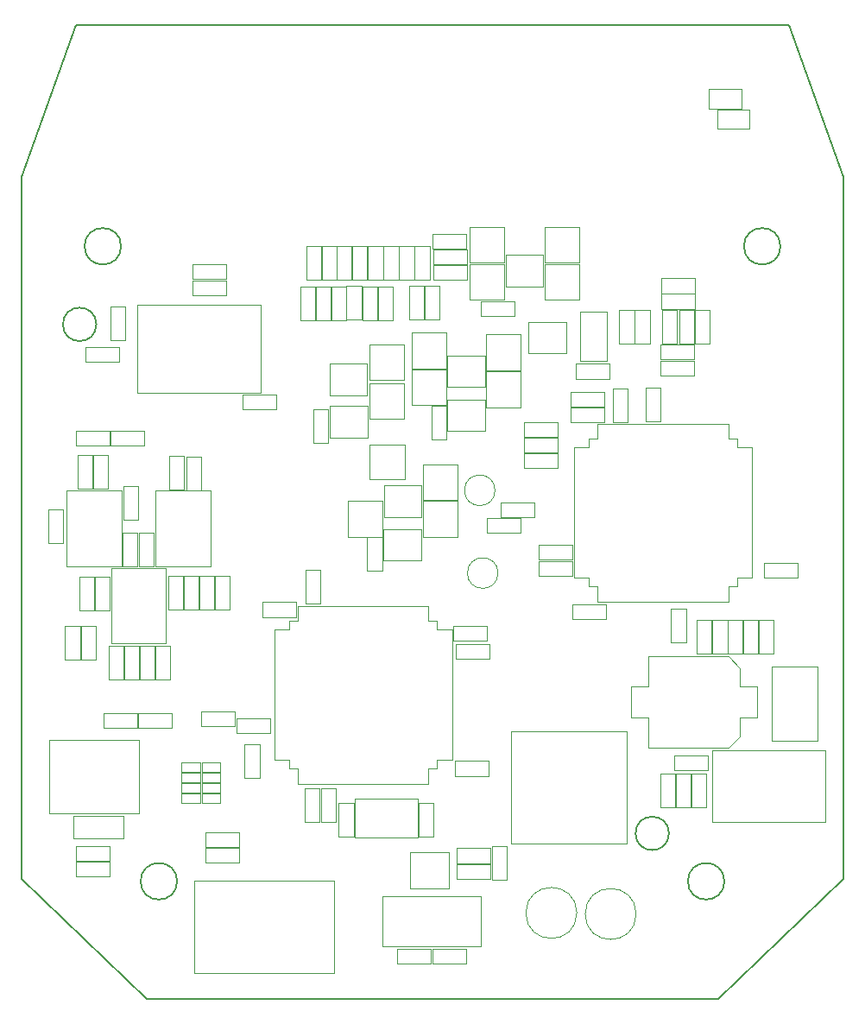
<source format=gbr>
G04 #@! TF.GenerationSoftware,KiCad,Pcbnew,(5.1.0-rc2-21-g16b3c80a7)*
G04 #@! TF.CreationDate,2019-06-05T23:58:20+02:00*
G04 #@! TF.ProjectId,microRusEfi,6d696372-6f52-4757-9345-66692e6b6963,R0.1*
G04 #@! TF.SameCoordinates,Original*
G04 #@! TF.FileFunction,Other,User*
%FSLAX46Y46*%
G04 Gerber Fmt 4.6, Leading zero omitted, Abs format (unit mm)*
G04 Created by KiCad (PCBNEW (5.1.0-rc2-21-g16b3c80a7)) date 2019-06-05 23:58:20*
%MOMM*%
%LPD*%
G04 APERTURE LIST*
%ADD10C,0.200000*%
%ADD11C,0.050000*%
G04 APERTURE END LIST*
D10*
X20600000Y-35538500D02*
X25895900Y-20600000D01*
X32844596Y-116072400D02*
X20601600Y-104381342D01*
X101188000Y-35538500D02*
X95841300Y-20600000D01*
X101189600Y-104381342D02*
X88946604Y-116072400D01*
X25895900Y-20600000D02*
X95841300Y-20600000D01*
X101188000Y-35538500D02*
X101189600Y-104381342D01*
X20600000Y-35538500D02*
X20601600Y-104381342D01*
X84085800Y-99870300D02*
G75*
G03X84085800Y-99870300I-1638300J0D01*
G01*
X32844596Y-116072400D02*
X88946604Y-116072400D01*
X27926400Y-49959301D02*
G75*
G03X27926400Y-49959301I-1638300J0D01*
G01*
X89521400Y-104569300D02*
G75*
G03X89521400Y-104569300I-1790700J0D01*
G01*
X95020499Y-42301200D02*
G75*
G03X95020499Y-42301200I-1790700J0D01*
G01*
X30352101Y-42301200D02*
G75*
G03X30352101Y-42301200I-1790700J0D01*
G01*
X35851200Y-104569300D02*
G75*
G03X35851200Y-104569300I-1790700J0D01*
G01*
D11*
X38141000Y-96926500D02*
X36281000Y-96926500D01*
X38141000Y-95986500D02*
X38141000Y-96926500D01*
X36281000Y-95986500D02*
X38141000Y-95986500D01*
X36281000Y-96926500D02*
X36281000Y-95986500D01*
X38141000Y-95910500D02*
X36281000Y-95910500D01*
X38141000Y-94970500D02*
X38141000Y-95910500D01*
X36281000Y-94970500D02*
X38141000Y-94970500D01*
X36281000Y-95910500D02*
X36281000Y-94970500D01*
X38141000Y-94894500D02*
X36281000Y-94894500D01*
X38141000Y-93954500D02*
X38141000Y-94894500D01*
X36281000Y-93954500D02*
X38141000Y-93954500D01*
X36281000Y-94894500D02*
X36281000Y-93954500D01*
X38141000Y-93878500D02*
X36281000Y-93878500D01*
X38141000Y-92938500D02*
X38141000Y-93878500D01*
X36281000Y-92938500D02*
X38141000Y-92938500D01*
X36281000Y-93878500D02*
X36281000Y-92938500D01*
X40109500Y-96926500D02*
X38249500Y-96926500D01*
X40109500Y-95986500D02*
X40109500Y-96926500D01*
X38249500Y-95986500D02*
X40109500Y-95986500D01*
X38249500Y-96926500D02*
X38249500Y-95986500D01*
X40109500Y-95910500D02*
X38249500Y-95910500D01*
X40109500Y-94970500D02*
X40109500Y-95910500D01*
X38249500Y-94970500D02*
X40109500Y-94970500D01*
X38249500Y-95910500D02*
X38249500Y-94970500D01*
X40109500Y-93878500D02*
X38249500Y-93878500D01*
X40109500Y-92938500D02*
X40109500Y-93878500D01*
X38249500Y-92938500D02*
X40109500Y-92938500D01*
X38249500Y-93878500D02*
X38249500Y-92938500D01*
X40109500Y-94894500D02*
X38249500Y-94894500D01*
X40109500Y-93954500D02*
X40109500Y-94894500D01*
X38249500Y-93954500D02*
X40109500Y-93954500D01*
X38249500Y-94894500D02*
X38249500Y-93954500D01*
X38228000Y-87916000D02*
X41528000Y-87916000D01*
X38228000Y-89376000D02*
X38228000Y-87916000D01*
X41528000Y-89376000D02*
X38228000Y-89376000D01*
X41528000Y-87916000D02*
X41528000Y-89376000D01*
X67032000Y-66230500D02*
G75*
G03X67032000Y-66230500I-1500000J0D01*
G01*
X67322800Y-74345800D02*
G75*
G03X67322800Y-74345800I-1500000J0D01*
G01*
X68632300Y-100864300D02*
X79932300Y-100864300D01*
X68632300Y-89864300D02*
X79932300Y-89864300D01*
X79932300Y-89864300D02*
X79932300Y-100864300D01*
X68632300Y-89864300D02*
X68632300Y-100864300D01*
X29259800Y-61817000D02*
X25959800Y-61817000D01*
X29259800Y-60357000D02*
X29259800Y-61817000D01*
X25959800Y-60357000D02*
X29259800Y-60357000D01*
X25959800Y-61817000D02*
X25959800Y-60357000D01*
X32612600Y-61817000D02*
X29312600Y-61817000D01*
X32612600Y-60357000D02*
X32612600Y-61817000D01*
X29312600Y-60357000D02*
X32612600Y-60357000D01*
X29312600Y-61817000D02*
X29312600Y-60357000D01*
X23270800Y-97911000D02*
X32070800Y-97911000D01*
X23270800Y-90711000D02*
X23270800Y-97911000D01*
X32070800Y-90711000D02*
X23270800Y-90711000D01*
X32070800Y-97911000D02*
X32070800Y-90711000D01*
X60961000Y-42602400D02*
X64261000Y-42602400D01*
X60961000Y-44062400D02*
X60961000Y-42602400D01*
X64261000Y-44062400D02*
X60961000Y-44062400D01*
X64261000Y-42602400D02*
X64261000Y-44062400D01*
X64235600Y-42538400D02*
X60935600Y-42538400D01*
X64235600Y-41078400D02*
X64235600Y-42538400D01*
X60935600Y-41078400D02*
X64235600Y-41078400D01*
X60935600Y-42538400D02*
X60935600Y-41078400D01*
X60961000Y-44126400D02*
X64261000Y-44126400D01*
X60961000Y-45586400D02*
X60961000Y-44126400D01*
X64261000Y-45586400D02*
X60961000Y-45586400D01*
X64261000Y-44126400D02*
X64261000Y-45586400D01*
X37534000Y-113542200D02*
X37534000Y-104492200D01*
X37534000Y-104492200D02*
X51234000Y-104492200D01*
X51234000Y-104492200D02*
X51234000Y-113542200D01*
X51234000Y-113542200D02*
X37534000Y-113542200D01*
X30578000Y-100358600D02*
X25678000Y-100358600D01*
X30578000Y-98118600D02*
X30578000Y-100358600D01*
X25678000Y-98118600D02*
X30578000Y-98118600D01*
X25678000Y-100358600D02*
X25678000Y-98118600D01*
X29209000Y-104108000D02*
X25909000Y-104108000D01*
X29209000Y-102648000D02*
X29209000Y-104108000D01*
X25909000Y-102648000D02*
X29209000Y-102648000D01*
X25909000Y-104108000D02*
X25909000Y-102648000D01*
X86610500Y-45435300D02*
X86610500Y-46895300D01*
X86610500Y-46895300D02*
X83310500Y-46895300D01*
X83310500Y-46895300D02*
X83310500Y-45435300D01*
X83310500Y-45435300D02*
X86610500Y-45435300D01*
X86610500Y-46959300D02*
X86610500Y-48419300D01*
X86610500Y-48419300D02*
X83310500Y-48419300D01*
X83310500Y-48419300D02*
X83310500Y-46959300D01*
X83310500Y-46959300D02*
X86610500Y-46959300D01*
X45366800Y-86284600D02*
X45366800Y-92684600D01*
X45366800Y-92684600D02*
X46836800Y-92684600D01*
X46836800Y-92684600D02*
X46836800Y-93534600D01*
X46836800Y-93534600D02*
X47686800Y-93534600D01*
X47686800Y-93534600D02*
X47686800Y-95004600D01*
X47686800Y-95004600D02*
X54086800Y-95004600D01*
X45366800Y-86284600D02*
X45366800Y-79884600D01*
X45366800Y-79884600D02*
X46836800Y-79884600D01*
X46836800Y-79884600D02*
X46836800Y-79034600D01*
X46836800Y-79034600D02*
X47686800Y-79034600D01*
X47686800Y-79034600D02*
X47686800Y-77564600D01*
X47686800Y-77564600D02*
X54086800Y-77564600D01*
X62806800Y-86284600D02*
X62806800Y-92684600D01*
X62806800Y-92684600D02*
X61336800Y-92684600D01*
X61336800Y-92684600D02*
X61336800Y-93534600D01*
X61336800Y-93534600D02*
X60486800Y-93534600D01*
X60486800Y-93534600D02*
X60486800Y-95004600D01*
X60486800Y-95004600D02*
X54086800Y-95004600D01*
X62806800Y-86284600D02*
X62806800Y-79884600D01*
X62806800Y-79884600D02*
X61336800Y-79884600D01*
X61336800Y-79884600D02*
X61336800Y-79034600D01*
X61336800Y-79034600D02*
X60486800Y-79034600D01*
X60486800Y-79034600D02*
X60486800Y-77564600D01*
X60486800Y-77564600D02*
X54086800Y-77564600D01*
X66608000Y-101315300D02*
X66608000Y-102775300D01*
X66608000Y-102775300D02*
X63308000Y-102775300D01*
X63308000Y-102775300D02*
X63308000Y-101315300D01*
X63308000Y-101315300D02*
X66608000Y-101315300D01*
X66704500Y-101157300D02*
X68164500Y-101157300D01*
X68164500Y-101157300D02*
X68164500Y-104457300D01*
X68164500Y-104457300D02*
X66704500Y-104457300D01*
X66704500Y-104457300D02*
X66704500Y-101157300D01*
X60766000Y-111157800D02*
X60766000Y-112617800D01*
X60766000Y-112617800D02*
X57466000Y-112617800D01*
X57466000Y-112617800D02*
X57466000Y-111157800D01*
X57466000Y-111157800D02*
X60766000Y-111157800D01*
X44954500Y-88551800D02*
X44954500Y-90011800D01*
X44954500Y-90011800D02*
X41654500Y-90011800D01*
X41654500Y-90011800D02*
X41654500Y-88551800D01*
X41654500Y-88551800D02*
X44954500Y-88551800D01*
X38670000Y-102711800D02*
X38670000Y-101251800D01*
X38670000Y-101251800D02*
X41970000Y-101251800D01*
X41970000Y-101251800D02*
X41970000Y-102711800D01*
X41970000Y-102711800D02*
X38670000Y-102711800D01*
X40649000Y-44038300D02*
X40649000Y-45498300D01*
X40649000Y-45498300D02*
X37349000Y-45498300D01*
X37349000Y-45498300D02*
X37349000Y-44038300D01*
X37349000Y-44038300D02*
X40649000Y-44038300D01*
X31937000Y-88043800D02*
X31937000Y-89503800D01*
X31937000Y-89503800D02*
X28637000Y-89503800D01*
X28637000Y-89503800D02*
X28637000Y-88043800D01*
X28637000Y-88043800D02*
X31937000Y-88043800D01*
X66608000Y-102902800D02*
X66608000Y-104362800D01*
X66608000Y-104362800D02*
X63308000Y-104362800D01*
X63308000Y-104362800D02*
X63308000Y-102902800D01*
X63308000Y-102902800D02*
X66608000Y-102902800D01*
X29209000Y-101124000D02*
X29209000Y-102584000D01*
X29209000Y-102584000D02*
X25909000Y-102584000D01*
X25909000Y-102584000D02*
X25909000Y-101124000D01*
X25909000Y-101124000D02*
X29209000Y-101124000D01*
X60895000Y-112617800D02*
X60895000Y-111157800D01*
X60895000Y-111157800D02*
X64195000Y-111157800D01*
X64195000Y-111157800D02*
X64195000Y-112617800D01*
X64195000Y-112617800D02*
X60895000Y-112617800D01*
X51403000Y-98779600D02*
X49943000Y-98779600D01*
X49943000Y-98779600D02*
X49943000Y-95479600D01*
X49943000Y-95479600D02*
X51403000Y-95479600D01*
X51403000Y-95479600D02*
X51403000Y-98779600D01*
X66227000Y-79534800D02*
X66227000Y-80994800D01*
X66227000Y-80994800D02*
X62927000Y-80994800D01*
X62927000Y-80994800D02*
X62927000Y-79534800D01*
X62927000Y-79534800D02*
X66227000Y-79534800D01*
X66404800Y-92768200D02*
X66404800Y-94228200D01*
X66404800Y-94228200D02*
X63104800Y-94228200D01*
X63104800Y-94228200D02*
X63104800Y-92768200D01*
X63104800Y-92768200D02*
X66404800Y-92768200D01*
X49828200Y-98779600D02*
X48368200Y-98779600D01*
X48368200Y-98779600D02*
X48368200Y-95479600D01*
X48368200Y-95479600D02*
X49828200Y-95479600D01*
X49828200Y-95479600D02*
X49828200Y-98779600D01*
X42475400Y-91110800D02*
X43935400Y-91110800D01*
X43935400Y-91110800D02*
X43935400Y-94410800D01*
X43935400Y-94410800D02*
X42475400Y-94410800D01*
X42475400Y-94410800D02*
X42475400Y-91110800D01*
X44194500Y-78645300D02*
X44194500Y-77185300D01*
X44194500Y-77185300D02*
X47494500Y-77185300D01*
X47494500Y-77185300D02*
X47494500Y-78645300D01*
X47494500Y-78645300D02*
X44194500Y-78645300D01*
X49876500Y-77342800D02*
X48416500Y-77342800D01*
X48416500Y-77342800D02*
X48416500Y-74042800D01*
X48416500Y-74042800D02*
X49876500Y-74042800D01*
X49876500Y-74042800D02*
X49876500Y-77342800D01*
X63181000Y-82772800D02*
X63181000Y-81312800D01*
X63181000Y-81312800D02*
X66481000Y-81312800D01*
X66481000Y-81312800D02*
X66481000Y-82772800D01*
X66481000Y-82772800D02*
X63181000Y-82772800D01*
X59518800Y-96902000D02*
X60978800Y-96902000D01*
X60978800Y-96902000D02*
X60978800Y-100202000D01*
X60978800Y-100202000D02*
X59518800Y-100202000D01*
X59518800Y-100202000D02*
X59518800Y-96902000D01*
X51695600Y-96902000D02*
X53155600Y-96902000D01*
X53155600Y-96902000D02*
X53155600Y-100202000D01*
X53155600Y-100202000D02*
X51695600Y-100202000D01*
X51695600Y-100202000D02*
X51695600Y-96902000D01*
X38670000Y-101187800D02*
X38670000Y-99727800D01*
X38670000Y-99727800D02*
X41970000Y-99727800D01*
X41970000Y-99727800D02*
X41970000Y-101187800D01*
X41970000Y-101187800D02*
X38670000Y-101187800D01*
X40636500Y-45625800D02*
X40636500Y-47085800D01*
X40636500Y-47085800D02*
X37336500Y-47085800D01*
X37336500Y-47085800D02*
X37336500Y-45625800D01*
X37336500Y-45625800D02*
X40636500Y-45625800D01*
X70283500Y-52795300D02*
X70283500Y-49695300D01*
X70283500Y-52795300D02*
X73983500Y-52795300D01*
X73983500Y-49695300D02*
X70283500Y-49695300D01*
X73983500Y-49695300D02*
X73983500Y-52795300D01*
X71761000Y-43154800D02*
X71761000Y-46254800D01*
X71761000Y-43154800D02*
X68061000Y-43154800D01*
X68061000Y-46254800D02*
X71761000Y-46254800D01*
X68061000Y-46254800D02*
X68061000Y-43154800D01*
X64528000Y-44034300D02*
X67928000Y-44034300D01*
X67928000Y-44034300D02*
X67928000Y-47534300D01*
X67928000Y-47534300D02*
X64528000Y-47534300D01*
X64528000Y-47534300D02*
X64528000Y-44034300D01*
X64528000Y-40414800D02*
X67928000Y-40414800D01*
X67928000Y-40414800D02*
X67928000Y-43914800D01*
X67928000Y-43914800D02*
X64528000Y-43914800D01*
X64528000Y-43914800D02*
X64528000Y-40414800D01*
X75294000Y-43914800D02*
X71894000Y-43914800D01*
X71894000Y-43914800D02*
X71894000Y-40414800D01*
X71894000Y-40414800D02*
X75294000Y-40414800D01*
X75294000Y-40414800D02*
X75294000Y-43914800D01*
X75294000Y-47534300D02*
X71894000Y-47534300D01*
X71894000Y-47534300D02*
X71894000Y-44034300D01*
X71894000Y-44034300D02*
X75294000Y-44034300D01*
X75294000Y-44034300D02*
X75294000Y-47534300D01*
X68957500Y-47657800D02*
X68957500Y-49117800D01*
X68957500Y-49117800D02*
X65657500Y-49117800D01*
X65657500Y-49117800D02*
X65657500Y-47657800D01*
X65657500Y-47657800D02*
X68957500Y-47657800D01*
X50852500Y-61050300D02*
X50852500Y-57950300D01*
X50852500Y-61050300D02*
X54552500Y-61050300D01*
X54552500Y-57950300D02*
X50852500Y-57950300D01*
X54552500Y-57950300D02*
X54552500Y-61050300D01*
X54489000Y-53810100D02*
X54489000Y-56910100D01*
X54489000Y-53810100D02*
X50789000Y-53810100D01*
X50789000Y-56910100D02*
X54489000Y-56910100D01*
X50789000Y-56910100D02*
X50789000Y-53810100D01*
X62346000Y-60415300D02*
X62346000Y-57315300D01*
X62346000Y-60415300D02*
X66046000Y-60415300D01*
X66046000Y-57315300D02*
X62346000Y-57315300D01*
X66046000Y-57315300D02*
X66046000Y-60415300D01*
X56097600Y-73128000D02*
X56097600Y-70028000D01*
X56097600Y-73128000D02*
X59797600Y-73128000D01*
X59797600Y-70028000D02*
X56097600Y-70028000D01*
X59797600Y-70028000D02*
X59797600Y-73128000D01*
X66046000Y-52997300D02*
X66046000Y-56097300D01*
X66046000Y-52997300D02*
X62346000Y-52997300D01*
X62346000Y-56097300D02*
X66046000Y-56097300D01*
X62346000Y-56097300D02*
X62346000Y-52997300D01*
X59835700Y-65760800D02*
X59835700Y-68860800D01*
X59835700Y-65760800D02*
X56135700Y-65760800D01*
X56135700Y-68860800D02*
X59835700Y-68860800D01*
X56135700Y-68860800D02*
X56135700Y-65760800D01*
X35366000Y-88043800D02*
X35366000Y-89503800D01*
X35366000Y-89503800D02*
X32066000Y-89503800D01*
X32066000Y-89503800D02*
X32066000Y-88043800D01*
X32066000Y-88043800D02*
X35366000Y-88043800D01*
X56020500Y-110971800D02*
X56020500Y-106041800D01*
X56020500Y-106041800D02*
X65640500Y-106041800D01*
X56020500Y-110971800D02*
X65640500Y-110971800D01*
X65640500Y-110971800D02*
X65640500Y-106041800D01*
X33746500Y-73677800D02*
X39146500Y-73677800D01*
X39146500Y-73677800D02*
X39146500Y-66277800D01*
X39146500Y-66277800D02*
X33746500Y-66277800D01*
X33746500Y-66277800D02*
X33746500Y-73677800D01*
X36732500Y-62904900D02*
X38192500Y-62904900D01*
X38192500Y-62904900D02*
X38192500Y-66204900D01*
X38192500Y-66204900D02*
X36732500Y-66204900D01*
X36732500Y-66204900D02*
X36732500Y-62904900D01*
X35081500Y-62879500D02*
X36541500Y-62879500D01*
X36541500Y-62879500D02*
X36541500Y-66179500D01*
X36541500Y-66179500D02*
X35081500Y-66179500D01*
X35081500Y-66179500D02*
X35081500Y-62879500D01*
X40986500Y-77939700D02*
X39526500Y-77939700D01*
X39526500Y-77939700D02*
X39526500Y-74639700D01*
X39526500Y-74639700D02*
X40986500Y-74639700D01*
X40986500Y-74639700D02*
X40986500Y-77939700D01*
X37938500Y-77939700D02*
X36478500Y-77939700D01*
X36478500Y-77939700D02*
X36478500Y-74639700D01*
X36478500Y-74639700D02*
X37938500Y-74639700D01*
X37938500Y-74639700D02*
X37938500Y-77939700D01*
X38027900Y-74639700D02*
X39487900Y-74639700D01*
X39487900Y-74639700D02*
X39487900Y-77939700D01*
X39487900Y-77939700D02*
X38027900Y-77939700D01*
X38027900Y-77939700D02*
X38027900Y-74639700D01*
X34979900Y-74639700D02*
X36439900Y-74639700D01*
X36439900Y-74639700D02*
X36439900Y-77939700D01*
X36439900Y-77939700D02*
X34979900Y-77939700D01*
X34979900Y-77939700D02*
X34979900Y-74639700D01*
X23207000Y-68137300D02*
X24667000Y-68137300D01*
X24667000Y-68137300D02*
X24667000Y-71437300D01*
X24667000Y-71437300D02*
X23207000Y-71437300D01*
X23207000Y-71437300D02*
X23207000Y-68137300D01*
X88313200Y-91725400D02*
X88313200Y-98725400D01*
X88313200Y-98725400D02*
X99413200Y-98725400D01*
X99413200Y-98725400D02*
X99413200Y-91725400D01*
X99413200Y-91725400D02*
X88313200Y-91725400D01*
X75052600Y-107671400D02*
G75*
G03X75052600Y-107671400I-2500000J0D01*
G01*
X53914000Y-49513800D02*
X52454000Y-49513800D01*
X52454000Y-49513800D02*
X52454000Y-46213800D01*
X52454000Y-46213800D02*
X53914000Y-46213800D01*
X53914000Y-46213800D02*
X53914000Y-49513800D01*
X52416500Y-49529800D02*
X50956500Y-49529800D01*
X50956500Y-49529800D02*
X50956500Y-46229800D01*
X50956500Y-46229800D02*
X52416500Y-46229800D01*
X52416500Y-46229800D02*
X52416500Y-49529800D01*
X48495200Y-42267400D02*
X49955200Y-42267400D01*
X49955200Y-42267400D02*
X49955200Y-45567400D01*
X49955200Y-45567400D02*
X48495200Y-45567400D01*
X48495200Y-45567400D02*
X48495200Y-42267400D01*
X51517800Y-45566600D02*
X51517800Y-42266600D01*
X52977800Y-45566600D02*
X51517800Y-45566600D01*
X52977800Y-42266600D02*
X52977800Y-45566600D01*
X51517800Y-42266600D02*
X52977800Y-42266600D01*
X55464500Y-49529800D02*
X54004500Y-49529800D01*
X54004500Y-49529800D02*
X54004500Y-46229800D01*
X54004500Y-46229800D02*
X55464500Y-46229800D01*
X55464500Y-46229800D02*
X55464500Y-49529800D01*
X54572500Y-45566600D02*
X54572500Y-42266600D01*
X56032500Y-45566600D02*
X54572500Y-45566600D01*
X56032500Y-42266600D02*
X56032500Y-45566600D01*
X54572500Y-42266600D02*
X56032500Y-42266600D01*
X56988500Y-49529800D02*
X55528500Y-49529800D01*
X55528500Y-49529800D02*
X55528500Y-46229800D01*
X55528500Y-46229800D02*
X56988500Y-46229800D01*
X56988500Y-46229800D02*
X56988500Y-49529800D01*
X57624000Y-42280100D02*
X59084000Y-42280100D01*
X59084000Y-42280100D02*
X59084000Y-45580100D01*
X59084000Y-45580100D02*
X57624000Y-45580100D01*
X57624000Y-45580100D02*
X57624000Y-42280100D01*
X60039000Y-49503600D02*
X58579000Y-49503600D01*
X58579000Y-49503600D02*
X58579000Y-46203600D01*
X58579000Y-46203600D02*
X60039000Y-46203600D01*
X60039000Y-46203600D02*
X60039000Y-49503600D01*
X61563000Y-49503600D02*
X60103000Y-49503600D01*
X60103000Y-49503600D02*
X60103000Y-46203600D01*
X60103000Y-46203600D02*
X61563000Y-46203600D01*
X61563000Y-46203600D02*
X61563000Y-49503600D01*
X30763000Y-51498300D02*
X29303000Y-51498300D01*
X29303000Y-51498300D02*
X29303000Y-48198300D01*
X29303000Y-48198300D02*
X30763000Y-48198300D01*
X30763000Y-48198300D02*
X30763000Y-51498300D01*
X42289500Y-58261800D02*
X42289500Y-56801800D01*
X42289500Y-56801800D02*
X45589500Y-56801800D01*
X45589500Y-56801800D02*
X45589500Y-58261800D01*
X45589500Y-58261800D02*
X42289500Y-58261800D01*
X30159000Y-52166300D02*
X30159000Y-53626300D01*
X30159000Y-53626300D02*
X26859000Y-53626300D01*
X26859000Y-53626300D02*
X26859000Y-52166300D01*
X26859000Y-52166300D02*
X30159000Y-52166300D01*
X50019200Y-42266600D02*
X51479200Y-42266600D01*
X51479200Y-42266600D02*
X51479200Y-45566600D01*
X51479200Y-45566600D02*
X50019200Y-45566600D01*
X50019200Y-45566600D02*
X50019200Y-42266600D01*
X53041800Y-45566600D02*
X53041800Y-42266600D01*
X54501800Y-45566600D02*
X53041800Y-45566600D01*
X54501800Y-42266600D02*
X54501800Y-45566600D01*
X53041800Y-42266600D02*
X54501800Y-42266600D01*
X56100000Y-45567400D02*
X56100000Y-42267400D01*
X57560000Y-45567400D02*
X56100000Y-45567400D01*
X57560000Y-42267400D02*
X57560000Y-45567400D01*
X56100000Y-42267400D02*
X57560000Y-42267400D01*
X59148000Y-42280100D02*
X60608000Y-42280100D01*
X60608000Y-42280100D02*
X60608000Y-45580100D01*
X60608000Y-45580100D02*
X59148000Y-45580100D01*
X59148000Y-45580100D02*
X59148000Y-42280100D01*
X49368500Y-49529800D02*
X47908500Y-49529800D01*
X47908500Y-49529800D02*
X47908500Y-46229800D01*
X47908500Y-46229800D02*
X49368500Y-46229800D01*
X49368500Y-46229800D02*
X49368500Y-49529800D01*
X83500000Y-59683000D02*
X77100000Y-59683000D01*
X77100000Y-59683000D02*
X77100000Y-61153000D01*
X77100000Y-61153000D02*
X76250000Y-61153000D01*
X76250000Y-61153000D02*
X76250000Y-62003000D01*
X76250000Y-62003000D02*
X74780000Y-62003000D01*
X74780000Y-62003000D02*
X74780000Y-68403000D01*
X83500000Y-59683000D02*
X89900000Y-59683000D01*
X89900000Y-59683000D02*
X89900000Y-61153000D01*
X89900000Y-61153000D02*
X90750000Y-61153000D01*
X90750000Y-61153000D02*
X90750000Y-62003000D01*
X90750000Y-62003000D02*
X92220000Y-62003000D01*
X92220000Y-62003000D02*
X92220000Y-68403000D01*
X83500000Y-77123000D02*
X77100000Y-77123000D01*
X77100000Y-77123000D02*
X77100000Y-75653000D01*
X77100000Y-75653000D02*
X76250000Y-75653000D01*
X76250000Y-75653000D02*
X76250000Y-74803000D01*
X76250000Y-74803000D02*
X74780000Y-74803000D01*
X74780000Y-74803000D02*
X74780000Y-68403000D01*
X83500000Y-77123000D02*
X89900000Y-77123000D01*
X89900000Y-77123000D02*
X89900000Y-75653000D01*
X89900000Y-75653000D02*
X90750000Y-75653000D01*
X90750000Y-75653000D02*
X90750000Y-74803000D01*
X90750000Y-74803000D02*
X92220000Y-74803000D01*
X92220000Y-74803000D02*
X92220000Y-68403000D01*
X91998600Y-30769600D02*
X88798600Y-30769600D01*
X88798600Y-30769600D02*
X88798600Y-28869600D01*
X91998600Y-28869600D02*
X88798600Y-28869600D01*
X91998600Y-30769600D02*
X91998600Y-28869600D01*
X91211200Y-28788400D02*
X88011200Y-28788400D01*
X88011200Y-28788400D02*
X88011200Y-26888400D01*
X91211200Y-26888400D02*
X88011200Y-26888400D01*
X91211200Y-28788400D02*
X91211200Y-26888400D01*
X58085500Y-55408300D02*
X54685500Y-55408300D01*
X54685500Y-55408300D02*
X54685500Y-51908300D01*
X54685500Y-51908300D02*
X58085500Y-51908300D01*
X58085500Y-51908300D02*
X58085500Y-55408300D01*
X58085500Y-59218300D02*
X54685500Y-59218300D01*
X54685500Y-59218300D02*
X54685500Y-55718300D01*
X54685500Y-55718300D02*
X58085500Y-55718300D01*
X58085500Y-55718300D02*
X58085500Y-59218300D01*
X52628100Y-67288000D02*
X56028100Y-67288000D01*
X56028100Y-67288000D02*
X56028100Y-70788000D01*
X56028100Y-70788000D02*
X52628100Y-70788000D01*
X52628100Y-70788000D02*
X52628100Y-67288000D01*
X58876500Y-54384800D02*
X62276500Y-54384800D01*
X62276500Y-54384800D02*
X62276500Y-57884800D01*
X62276500Y-57884800D02*
X58876500Y-57884800D01*
X58876500Y-57884800D02*
X58876500Y-54384800D01*
X58188800Y-61774600D02*
X58188800Y-65174600D01*
X58188800Y-65174600D02*
X54688800Y-65174600D01*
X54688800Y-65174600D02*
X54688800Y-61774600D01*
X54688800Y-61774600D02*
X58188800Y-61774600D01*
X58876500Y-50765300D02*
X62276500Y-50765300D01*
X62276500Y-50765300D02*
X62276500Y-54265300D01*
X62276500Y-54265300D02*
X58876500Y-54265300D01*
X58876500Y-54265300D02*
X58876500Y-50765300D01*
X63330600Y-67168500D02*
X59930600Y-67168500D01*
X59930600Y-67168500D02*
X59930600Y-63668500D01*
X59930600Y-63668500D02*
X63330600Y-63668500D01*
X63330600Y-63668500D02*
X63330600Y-67168500D01*
X69515500Y-54455800D02*
X66115500Y-54455800D01*
X66115500Y-54455800D02*
X66115500Y-50955800D01*
X66115500Y-50955800D02*
X69515500Y-50955800D01*
X69515500Y-50955800D02*
X69515500Y-54455800D01*
X63330600Y-70788000D02*
X59930600Y-70788000D01*
X59930600Y-70788000D02*
X59930600Y-67288000D01*
X59930600Y-67288000D02*
X63330600Y-67288000D01*
X63330600Y-67288000D02*
X63330600Y-70788000D01*
X69515500Y-58075300D02*
X66115500Y-58075300D01*
X66115500Y-58075300D02*
X66115500Y-54575300D01*
X66115500Y-54575300D02*
X69515500Y-54575300D01*
X69515500Y-54575300D02*
X69515500Y-58075300D01*
X82048000Y-91495800D02*
X82048000Y-88495800D01*
X82048000Y-88495800D02*
X80398000Y-88495800D01*
X80398000Y-88495800D02*
X80398000Y-85495800D01*
X80398000Y-85495800D02*
X82048000Y-85495800D01*
X82048000Y-85495800D02*
X82048000Y-82495800D01*
X89898000Y-82495800D02*
X82048000Y-82495800D01*
X89898000Y-91495800D02*
X82048000Y-91495800D01*
X91048000Y-83645800D02*
X89898000Y-82495800D01*
X91048000Y-90345800D02*
X89898000Y-91495800D01*
X91048000Y-90345800D02*
X91048000Y-88495800D01*
X91048000Y-85495800D02*
X91048000Y-83645800D01*
X91048000Y-88495800D02*
X92698000Y-88495800D01*
X92698000Y-88495800D02*
X92698000Y-85495800D01*
X92698000Y-85495800D02*
X91048000Y-85495800D01*
X31958600Y-56637500D02*
X31958600Y-48037500D01*
X44058600Y-56637500D02*
X31958600Y-56637500D01*
X44058600Y-48037500D02*
X44058600Y-56637500D01*
X31958600Y-48037500D02*
X44058600Y-48037500D01*
X50892500Y-49529800D02*
X49432500Y-49529800D01*
X49432500Y-49529800D02*
X49432500Y-46229800D01*
X49432500Y-46229800D02*
X50892500Y-46229800D01*
X50892500Y-46229800D02*
X50892500Y-49529800D01*
X32097000Y-70359800D02*
X33557000Y-70359800D01*
X33557000Y-70359800D02*
X33557000Y-73659800D01*
X33557000Y-73659800D02*
X32097000Y-73659800D01*
X32097000Y-73659800D02*
X32097000Y-70359800D01*
X30509500Y-70359800D02*
X31969500Y-70359800D01*
X31969500Y-70359800D02*
X31969500Y-73659800D01*
X31969500Y-73659800D02*
X30509500Y-73659800D01*
X30509500Y-73659800D02*
X30509500Y-70359800D01*
X27588500Y-62803300D02*
X29048500Y-62803300D01*
X29048500Y-62803300D02*
X29048500Y-66103300D01*
X29048500Y-66103300D02*
X27588500Y-66103300D01*
X27588500Y-66103300D02*
X27588500Y-62803300D01*
X26064500Y-62803300D02*
X27524500Y-62803300D01*
X27524500Y-62803300D02*
X27524500Y-66103300D01*
X27524500Y-66103300D02*
X26064500Y-66103300D01*
X26064500Y-66103300D02*
X26064500Y-62803300D01*
X35195300Y-84746900D02*
X33735300Y-84746900D01*
X33735300Y-84746900D02*
X33735300Y-81446900D01*
X33735300Y-81446900D02*
X35195300Y-81446900D01*
X35195300Y-81446900D02*
X35195300Y-84746900D01*
X32147300Y-84772300D02*
X30687300Y-84772300D01*
X30687300Y-84772300D02*
X30687300Y-81472300D01*
X30687300Y-81472300D02*
X32147300Y-81472300D01*
X32147300Y-81472300D02*
X32147300Y-84772300D01*
X29239000Y-77977800D02*
X27779000Y-77977800D01*
X27779000Y-77977800D02*
X27779000Y-74677800D01*
X27779000Y-74677800D02*
X29239000Y-74677800D01*
X29239000Y-74677800D02*
X29239000Y-77977800D01*
X27905500Y-82803800D02*
X26445500Y-82803800D01*
X26445500Y-82803800D02*
X26445500Y-79503800D01*
X26445500Y-79503800D02*
X27905500Y-79503800D01*
X27905500Y-79503800D02*
X27905500Y-82803800D01*
X32211300Y-81472300D02*
X33671300Y-81472300D01*
X33671300Y-81472300D02*
X33671300Y-84772300D01*
X33671300Y-84772300D02*
X32211300Y-84772300D01*
X32211300Y-84772300D02*
X32211300Y-81472300D01*
X29163300Y-81472300D02*
X30623300Y-81472300D01*
X30623300Y-81472300D02*
X30623300Y-84772300D01*
X30623300Y-84772300D02*
X29163300Y-84772300D01*
X29163300Y-84772300D02*
X29163300Y-81472300D01*
X26255000Y-74677800D02*
X27715000Y-74677800D01*
X27715000Y-74677800D02*
X27715000Y-77977800D01*
X27715000Y-77977800D02*
X26255000Y-77977800D01*
X26255000Y-77977800D02*
X26255000Y-74677800D01*
X24858000Y-79503800D02*
X26318000Y-79503800D01*
X26318000Y-79503800D02*
X26318000Y-82803800D01*
X26318000Y-82803800D02*
X24858000Y-82803800D01*
X24858000Y-82803800D02*
X24858000Y-79503800D01*
X74992000Y-55277300D02*
X74992000Y-53817300D01*
X74992000Y-53817300D02*
X78292000Y-53817300D01*
X78292000Y-53817300D02*
X78292000Y-55277300D01*
X78292000Y-55277300D02*
X74992000Y-55277300D01*
X89831200Y-78945000D02*
X91291200Y-78945000D01*
X91291200Y-78945000D02*
X91291200Y-82245000D01*
X91291200Y-82245000D02*
X89831200Y-82245000D01*
X89831200Y-82245000D02*
X89831200Y-78945000D01*
X94326500Y-82232300D02*
X92866500Y-82232300D01*
X92866500Y-82232300D02*
X92866500Y-78932300D01*
X92866500Y-78932300D02*
X94326500Y-78932300D01*
X94326500Y-78932300D02*
X94326500Y-82232300D01*
X82198000Y-51815800D02*
X80738000Y-51815800D01*
X80738000Y-51815800D02*
X80738000Y-48515800D01*
X80738000Y-48515800D02*
X82198000Y-48515800D01*
X82198000Y-48515800D02*
X82198000Y-51815800D01*
X80674000Y-51815800D02*
X79214000Y-51815800D01*
X79214000Y-51815800D02*
X79214000Y-48515800D01*
X79214000Y-48515800D02*
X80674000Y-48515800D01*
X80674000Y-48515800D02*
X80674000Y-51815800D01*
X88080600Y-51815000D02*
X86620600Y-51815000D01*
X86620600Y-51815000D02*
X86620600Y-48515000D01*
X86620600Y-48515000D02*
X88080600Y-48515000D01*
X88080600Y-48515000D02*
X88080600Y-51815000D01*
X83405000Y-48515800D02*
X84865000Y-48515800D01*
X84865000Y-48515800D02*
X84865000Y-51815800D01*
X84865000Y-51815800D02*
X83405000Y-51815800D01*
X83405000Y-51815800D02*
X83405000Y-48515800D01*
X85081400Y-48515800D02*
X86541400Y-48515800D01*
X86541400Y-48515800D02*
X86541400Y-51815800D01*
X86541400Y-51815800D02*
X85081400Y-51815800D01*
X85081400Y-51815800D02*
X85081400Y-48515800D01*
X74636400Y-78886600D02*
X74636400Y-77426600D01*
X74636400Y-77426600D02*
X77936400Y-77426600D01*
X77936400Y-77426600D02*
X77936400Y-78886600D01*
X77936400Y-78886600D02*
X74636400Y-78886600D01*
X86561000Y-51899600D02*
X86561000Y-53359600D01*
X86561000Y-53359600D02*
X83261000Y-53359600D01*
X83261000Y-53359600D02*
X83261000Y-51899600D01*
X83261000Y-51899600D02*
X86561000Y-51899600D01*
X71309000Y-74644800D02*
X71309000Y-73184800D01*
X71309000Y-73184800D02*
X74609000Y-73184800D01*
X74609000Y-73184800D02*
X74609000Y-74644800D01*
X74609000Y-74644800D02*
X71309000Y-74644800D01*
X71309000Y-72993800D02*
X71309000Y-71533800D01*
X71309000Y-71533800D02*
X74609000Y-71533800D01*
X74609000Y-71533800D02*
X74609000Y-72993800D01*
X74609000Y-72993800D02*
X71309000Y-72993800D01*
X88243200Y-82245000D02*
X86783200Y-82245000D01*
X86783200Y-82245000D02*
X86783200Y-78945000D01*
X86783200Y-78945000D02*
X88243200Y-78945000D01*
X88243200Y-78945000D02*
X88243200Y-82245000D01*
X89818000Y-82245000D02*
X88358000Y-82245000D01*
X88358000Y-82245000D02*
X88358000Y-78945000D01*
X88358000Y-78945000D02*
X89818000Y-78945000D01*
X89818000Y-78945000D02*
X89818000Y-82245000D01*
X73148500Y-59532300D02*
X73148500Y-60992300D01*
X73148500Y-60992300D02*
X69848500Y-60992300D01*
X69848500Y-60992300D02*
X69848500Y-59532300D01*
X69848500Y-59532300D02*
X73148500Y-59532300D01*
X73148500Y-61056300D02*
X73148500Y-62516300D01*
X73148500Y-62516300D02*
X69848500Y-62516300D01*
X69848500Y-62516300D02*
X69848500Y-61056300D01*
X69848500Y-61056300D02*
X73148500Y-61056300D01*
X73148500Y-62580300D02*
X73148500Y-64040300D01*
X73148500Y-64040300D02*
X69848500Y-64040300D01*
X69848500Y-64040300D02*
X69848500Y-62580300D01*
X69848500Y-62580300D02*
X73148500Y-62580300D01*
X54487100Y-70817000D02*
X55947100Y-70817000D01*
X55947100Y-70817000D02*
X55947100Y-74117000D01*
X55947100Y-74117000D02*
X54487100Y-74117000D01*
X54487100Y-74117000D02*
X54487100Y-70817000D01*
X49178500Y-58294800D02*
X50638500Y-58294800D01*
X50638500Y-58294800D02*
X50638500Y-61594800D01*
X50638500Y-61594800D02*
X49178500Y-61594800D01*
X49178500Y-61594800D02*
X49178500Y-58294800D01*
X60799000Y-57977300D02*
X62259000Y-57977300D01*
X62259000Y-57977300D02*
X62259000Y-61277300D01*
X62259000Y-61277300D02*
X60799000Y-61277300D01*
X60799000Y-61277300D02*
X60799000Y-57977300D01*
X32048200Y-69137800D02*
X30588200Y-69137800D01*
X30588200Y-69137800D02*
X30588200Y-65837800D01*
X30588200Y-65837800D02*
X32048200Y-65837800D01*
X32048200Y-65837800D02*
X32048200Y-69137800D01*
X93407000Y-74771800D02*
X93407000Y-73311800D01*
X93407000Y-73311800D02*
X96707000Y-73311800D01*
X96707000Y-73311800D02*
X96707000Y-74771800D01*
X96707000Y-74771800D02*
X93407000Y-74771800D01*
X92802500Y-82232300D02*
X91342500Y-82232300D01*
X91342500Y-82232300D02*
X91342500Y-78932300D01*
X91342500Y-78932300D02*
X92802500Y-78932300D01*
X92802500Y-78932300D02*
X92802500Y-82232300D01*
X84294000Y-77852800D02*
X85754000Y-77852800D01*
X85754000Y-77852800D02*
X85754000Y-81152800D01*
X85754000Y-81152800D02*
X84294000Y-81152800D01*
X84294000Y-81152800D02*
X84294000Y-77852800D01*
X86547000Y-53499800D02*
X86547000Y-54959800D01*
X86547000Y-54959800D02*
X83247000Y-54959800D01*
X83247000Y-54959800D02*
X83247000Y-53499800D01*
X83247000Y-53499800D02*
X86547000Y-53499800D01*
X87944000Y-92234800D02*
X87944000Y-93694800D01*
X87944000Y-93694800D02*
X84644000Y-93694800D01*
X84644000Y-93694800D02*
X84644000Y-92234800D01*
X84644000Y-92234800D02*
X87944000Y-92234800D01*
X84674500Y-97345300D02*
X83214500Y-97345300D01*
X83214500Y-97345300D02*
X83214500Y-94045300D01*
X83214500Y-94045300D02*
X84674500Y-94045300D01*
X84674500Y-94045300D02*
X84674500Y-97345300D01*
X86198500Y-97345300D02*
X84738500Y-97345300D01*
X84738500Y-97345300D02*
X84738500Y-94045300D01*
X84738500Y-94045300D02*
X86198500Y-94045300D01*
X86198500Y-94045300D02*
X86198500Y-97345300D01*
X87722500Y-97345300D02*
X86262500Y-97345300D01*
X86262500Y-97345300D02*
X86262500Y-94045300D01*
X86262500Y-94045300D02*
X87722500Y-94045300D01*
X87722500Y-94045300D02*
X87722500Y-97345300D01*
X69569600Y-68930300D02*
X69569600Y-70390300D01*
X69569600Y-70390300D02*
X66269600Y-70390300D01*
X66269600Y-70390300D02*
X66269600Y-68930300D01*
X66269600Y-68930300D02*
X69569600Y-68930300D01*
X70862500Y-67406300D02*
X70862500Y-68866300D01*
X70862500Y-68866300D02*
X67562500Y-68866300D01*
X67562500Y-68866300D02*
X67562500Y-67406300D01*
X67562500Y-67406300D02*
X70862500Y-67406300D01*
X74484000Y-59531800D02*
X74484000Y-58071800D01*
X74484000Y-58071800D02*
X77784000Y-58071800D01*
X77784000Y-58071800D02*
X77784000Y-59531800D01*
X77784000Y-59531800D02*
X74484000Y-59531800D01*
X77784000Y-56547800D02*
X77784000Y-58007800D01*
X77784000Y-58007800D02*
X74484000Y-58007800D01*
X74484000Y-58007800D02*
X74484000Y-56547800D01*
X74484000Y-56547800D02*
X77784000Y-56547800D01*
X78579000Y-56262800D02*
X80039000Y-56262800D01*
X80039000Y-56262800D02*
X80039000Y-59562800D01*
X80039000Y-59562800D02*
X78579000Y-59562800D01*
X78579000Y-59562800D02*
X78579000Y-56262800D01*
X83280000Y-59435800D02*
X81820000Y-59435800D01*
X81820000Y-59435800D02*
X81820000Y-56135800D01*
X81820000Y-56135800D02*
X83280000Y-56135800D01*
X83280000Y-56135800D02*
X83280000Y-59435800D01*
X29365000Y-81234300D02*
X34765000Y-81234300D01*
X34765000Y-81234300D02*
X34765000Y-73834300D01*
X34765000Y-73834300D02*
X29365000Y-73834300D01*
X29365000Y-73834300D02*
X29365000Y-81234300D01*
X24996200Y-73677800D02*
X30396200Y-73677800D01*
X30396200Y-73677800D02*
X30396200Y-66277800D01*
X30396200Y-66277800D02*
X24996200Y-66277800D01*
X24996200Y-66277800D02*
X24996200Y-73677800D01*
X58679000Y-101705000D02*
X58679000Y-105305000D01*
X58679000Y-105305000D02*
X62479000Y-105305000D01*
X62479000Y-105305000D02*
X62479000Y-101705000D01*
X62479000Y-101705000D02*
X58679000Y-101705000D01*
X94140500Y-90772800D02*
X94140500Y-83472800D01*
X94140500Y-83472800D02*
X98640500Y-83472800D01*
X98640500Y-83472800D02*
X98640500Y-90772800D01*
X98640500Y-90772800D02*
X94140500Y-90772800D01*
X80869200Y-107773000D02*
G75*
G03X80869200Y-107773000I-2500000J0D01*
G01*
X59437200Y-100274200D02*
X59437200Y-96474200D01*
X59437200Y-96474200D02*
X53237200Y-96474200D01*
X53237200Y-96474200D02*
X53237200Y-100274200D01*
X53237200Y-100274200D02*
X59437200Y-100274200D01*
X75405500Y-53518300D02*
X75405500Y-48718300D01*
X78005500Y-53518300D02*
X75405500Y-53518300D01*
X78005500Y-48718300D02*
X78005500Y-53518300D01*
X75405500Y-48718300D02*
X78005500Y-48718300D01*
M02*

</source>
